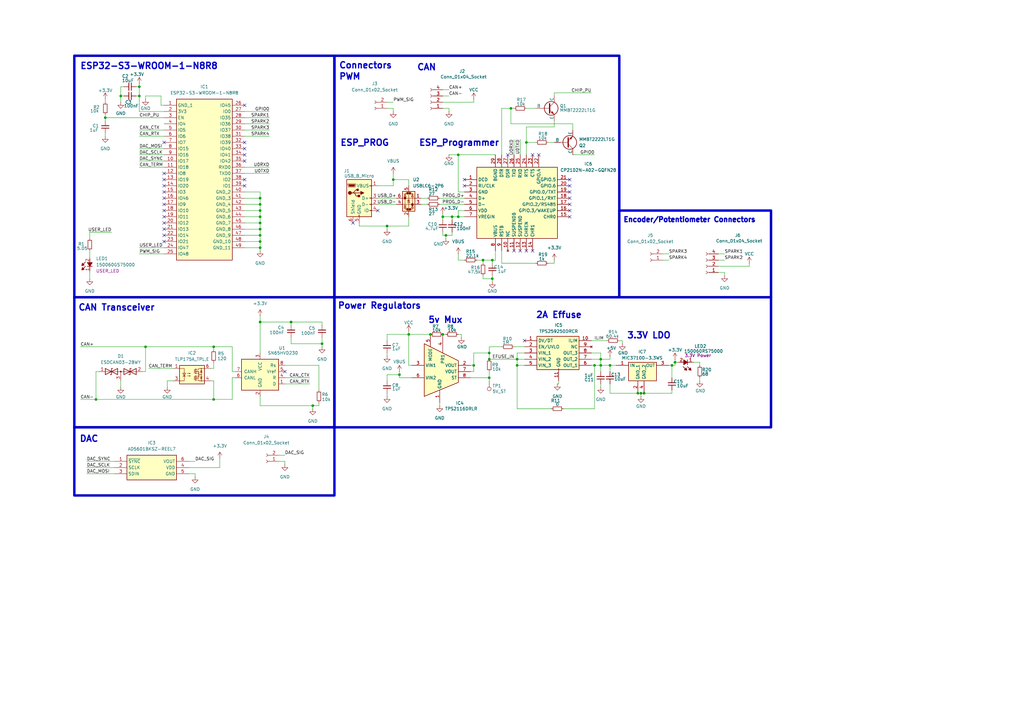
<source format=kicad_sch>
(kicad_sch (version 20250114) (generator "eeschema") (generator_version "9.0")
  (paper "A3")
  (rectangle (start 254 86.36) (end 316.23 121.92) (stroke (width 1)))
  (rectangle (start 30.48 175.26) (end 137.16 203.2) (stroke (width 1)))
  (rectangle (start 30.48 121.92) (end 137.16 175.26) (stroke (width 1)))
  (rectangle (start 137.16 22.86) (end 254 121.92) (stroke (width 1)))
  (rectangle (start 137.16 121.92) (end 316.23 175.26) (stroke (width 1)))
  (rectangle (start 30.48 22.86) (end 137.16 121.92) (stroke (width 1)))
  (text "ESP_Programmer" (at 171.704 60.198 0) (effects (font (size 2.56 2.56) (thickness 0.512) (bold yes)) (justify left bottom)))
  (text "CAN" (at 170.942 29.21 0) (effects (font (size 2.56 2.56) (thickness 0.512) (bold yes)) (justify left bottom)))
  (text "Power Regulators" (at 138.43 127 0) (effects (font (size 2.56 2.56) (thickness 0.512) (bold yes)) (justify left bottom)))
  (text "3.3V LDO" (at 257.048 139.192 0) (effects (font (size 2.56 2.56) (thickness 0.512) (bold yes)) (justify left bottom)))
  (text "Encoder/Potentiometer Connectors\n" (at 255.524 91.44 0) (effects (font (size 2.032 2.032) (thickness 0.512) (bold yes)) (justify left bottom)))
  (text "5v Mux" (at 175.514 132.842 0) (effects (font (size 2.56 2.56) (thickness 0.512) (bold yes)) (justify left bottom)))
  (text "Connectors\n" (at 138.938 28.448 0) (effects (font (size 2.56 2.56) (thickness 0.512) (bold yes)) (justify left bottom)))
  (text "PWM\n" (at 138.938 33.02 0) (effects (font (size 2.56 2.56) (thickness 0.512) (bold yes)) (justify left bottom)))
  (text "ESP32-S3-WROOM-1-N8R8" (at 32.766 28.702 0) (effects (font (size 2.56 2.56) (thickness 0.512) (bold yes)) (justify left bottom)))
  (text "ESP_PROG" (at 139.446 60.198 0) (effects (font (size 2.56 2.56) (thickness 0.512) (bold yes)) (justify left bottom)))
  (text "2A Effuse" (at 219.71 130.81 0) (effects (font (size 2.56 2.56) (thickness 0.512) (bold yes)) (justify left bottom)))
  (text "DAC\n" (at 32.512 181.61 0) (effects (font (size 2.56 2.56) (thickness 0.512) (bold yes)) (justify left bottom)))
  (text "CAN Transceiver" (at 32.004 127.762 0) (effects (font (size 2.56 2.56) (thickness 0.512) (bold yes)) (justify left bottom)))
  (junction (at 39.37 163.83))
  (junction (at 246.38 149.86))
  (junction (at 106.68 99.06))
  (junction (at 87.63 163.83))
  (junction (at 158.75 92.71))
  (junction (at 181.61 137.16))
  (junction (at 187.96 63.5))
  (junction (at 201.93 114.3))
  (junction (at 106.68 91.44))
  (junction (at 246.38 147.32))
  (junction (at 106.68 132.08))
  (junction (at 106.68 81.28))
  (junction (at 185.42 88.9))
  (junction (at 182.88 96.52))
  (junction (at 49.53 39.37))
  (junction (at 209.55 44.45))
  (junction (at 106.68 96.52))
  (junction (at 250.19 149.86))
  (junction (at 167.64 137.16))
  (junction (at 201.93 106.68))
  (junction (at 119.38 132.08))
  (junction (at 59.69 142.24))
  (junction (at 275.59 149.86))
  (junction (at 176.53 137.16))
  (junction (at 161.29 73.66))
  (junction (at 106.68 101.6))
  (junction (at 106.68 83.82))
  (junction (at 200.66 154.94))
  (junction (at 198.12 106.68))
  (junction (at 264.16 161.29))
  (junction (at 87.63 142.24))
  (junction (at 43.18 48.26))
  (junction (at 128.27 166.37))
  (junction (at 106.68 86.36))
  (junction (at 276.86 148.59))
  (junction (at 106.68 93.98))
  (junction (at 132.08 140.97))
  (junction (at 57.15 35.56))
  (junction (at 262.89 161.29))
  (junction (at 57.15 39.37))
  (junction (at 194.31 149.86))
  (junction (at 200.66 147.32))
  (junction (at 212.09 149.86))
  (junction (at 187.96 88.9))
  (junction (at 243.84 149.86))
  (junction (at 212.09 147.32))
  (junction (at 181.61 88.9))
  (junction (at 200.66 144.78))
  (junction (at 261.62 161.29))
  (junction (at 106.68 88.9))
  (junction (at 215.9 58.42))
  (junction (at 163.83 153.67))
  (no_connect (at 100.33 58.42))
  (no_connect (at 215.9 102.87))
  (no_connect (at 233.68 73.66))
  (no_connect (at 67.31 86.36))
  (no_connect (at 67.31 83.82))
  (no_connect (at 67.31 78.74))
  (no_connect (at 233.68 86.36))
  (no_connect (at 67.31 93.98))
  (no_connect (at 100.33 76.2))
  (no_connect (at 233.68 88.9))
  (no_connect (at 233.68 81.28))
  (no_connect (at 190.5 73.66))
  (no_connect (at 218.44 102.87))
  (no_connect (at 218.44 63.5))
  (no_connect (at 67.31 76.2))
  (no_connect (at 190.5 76.2))
  (no_connect (at 67.31 99.06))
  (no_connect (at 210.82 102.87))
  (no_connect (at 215.138 139.7))
  (no_connect (at 116.84 152.4))
  (no_connect (at 213.36 102.87))
  (no_connect (at 67.31 71.12))
  (no_connect (at 100.33 43.18))
  (no_connect (at 154.94 86.36))
  (no_connect (at 67.31 81.28))
  (no_connect (at 208.28 63.5))
  (no_connect (at 67.31 96.52))
  (no_connect (at 100.33 73.66))
  (no_connect (at 67.31 58.42))
  (no_connect (at 67.31 88.9))
  (no_connect (at 67.31 91.44))
  (no_connect (at 220.98 63.5))
  (no_connect (at 233.68 78.74))
  (no_connect (at 100.33 66.04))
  (no_connect (at 144.78 91.44))
  (no_connect (at 233.68 76.2))
  (no_connect (at 100.33 63.5))
  (no_connect (at 100.33 60.96))
  (no_connect (at 67.31 73.66))
  (no_connect (at 233.68 83.82))
  (wire (pts (xy 158.75 146.05) (xy 158.75 144.78)))
  (wire (pts (xy 215.9 58.42) (xy 215.9 63.5)))
  (wire (pts (xy 203.2 102.87) (xy 203.2 106.68)))
  (wire (pts (xy 200.66 154.94) (xy 200.66 156.21)))
  (wire (pts (xy 195.58 106.68) (xy 198.12 106.68)))
  (wire (pts (xy 287.02 148.59) (xy 287.02 149.86)))
  (wire (pts (xy 200.66 142.24) (xy 205.74 142.24)))
  (wire (pts (xy 114.3 186.69) (xy 116.84 186.69)))
  (wire (pts (xy 49.53 39.37) (xy 50.8 39.37)))
  (wire (pts (xy 224.79 107.95) (xy 227.33 107.95)))
  (wire (pts (xy 57.15 39.37) (xy 57.15 45.72)))
  (wire (pts (xy 242.57 139.7) (xy 248.92 139.7)))
  (wire (pts (xy 95.25 142.24) (xy 95.25 152.4)))
  (wire (pts (xy 67.31 43.18) (xy 66.04 43.18)))
  (wire (pts (xy 158.75 92.71) (xy 158.75 93.98)))
  (wire (pts (xy 43.18 46.99) (xy 43.18 48.26)))
  (wire (pts (xy 212.09 167.64) (xy 226.06 167.64)))
  (wire (pts (xy 201.93 106.68) (xy 203.2 106.68)))
  (wire (pts (xy 57.15 101.6) (xy 67.31 101.6)))
  (wire (pts (xy 184.15 39.37) (xy 181.61 39.37)))
  (wire (pts (xy 275.59 149.86) (xy 275.59 154.94)))
  (wire (pts (xy 158.75 92.71) (xy 147.32 92.71)))
  (wire (pts (xy 201.93 113.03) (xy 201.93 114.3)))
  (wire (pts (xy 227.33 38.1) (xy 227.33 39.37)))
  (wire (pts (xy 68.58 156.21) (xy 71.12 156.21)))
  (wire (pts (xy 201.93 114.3) (xy 201.93 115.57)))
  (wire (pts (xy 161.29 73.66) (xy 161.29 71.12)))
  (wire (pts (xy 167.64 88.9) (xy 167.64 92.71)))
  (wire (pts (xy 158.75 41.91) (xy 161.29 41.91)))
  (wire (pts (xy 119.38 132.08) (xy 132.08 132.08)))
  (wire (pts (xy 100.33 83.82) (xy 106.68 83.82)))
  (wire (pts (xy 100.33 53.34) (xy 110.49 53.34)))
  (wire (pts (xy 132.08 140.97) (xy 132.08 142.24)))
  (wire (pts (xy 68.58 156.21) (xy 68.58 158.75)))
  (wire (pts (xy 213.36 57.15) (xy 213.36 63.5)))
  (wire (pts (xy 229.108 156.21) (xy 229.108 157.48)))
  (wire (pts (xy 167.64 149.86) (xy 168.91 149.86)))
  (wire (pts (xy 185.42 88.9) (xy 187.96 88.9)))
  (wire (pts (xy 198.12 113.03) (xy 198.12 114.3)))
  (wire (pts (xy 57.15 104.14) (xy 67.31 104.14)))
  (wire (pts (xy 119.38 132.08) (xy 119.38 133.35)))
  (wire (pts (xy 224.79 58.42) (xy 227.33 58.42)))
  (wire (pts (xy 246.38 149.86) (xy 250.19 149.86)))
  (wire (pts (xy 201.93 106.68) (xy 201.93 107.95)))
  (wire (pts (xy 36.83 95.25) (xy 45.72 95.25)))
  (wire (pts (xy 243.84 149.86) (xy 246.38 149.86)))
  (wire (pts (xy 205.74 44.45) (xy 209.55 44.45)))
  (wire (pts (xy 57.15 55.88) (xy 67.31 55.88)))
  (wire (pts (xy 66.04 43.18) (xy 66.04 39.37)))
  (wire (pts (xy 106.68 132.08) (xy 119.38 132.08)))
  (wire (pts (xy 80.01 194.31) (xy 80.01 195.58)))
  (wire (pts (xy 116.84 154.94) (xy 127 154.94)))
  (wire (pts (xy 43.18 40.64) (xy 43.18 41.91)))
  (wire (pts (xy 264.16 161.29) (xy 275.59 161.29)))
  (wire (pts (xy 57.15 35.56) (xy 57.15 39.37)))
  (wire (pts (xy 182.88 96.52) (xy 182.88 97.79)))
  (wire (pts (xy 193.04 152.4) (xy 194.31 152.4)))
  (wire (pts (xy 194.31 149.86) (xy 193.04 149.86)))
  (wire (pts (xy 163.83 154.94) (xy 168.91 154.94)))
  (wire (pts (xy 271.78 106.68) (xy 274.32 106.68)))
  (wire (pts (xy 119.38 138.43) (xy 119.38 140.97)))
  (wire (pts (xy 215.9 52.07) (xy 215.9 58.42)))
  (wire (pts (xy 167.64 73.66) (xy 161.29 73.66)))
  (wire (pts (xy 49.53 35.56) (xy 49.53 39.37)))
  (wire (pts (xy 242.57 144.78) (xy 246.38 144.78)))
  (wire (pts (xy 182.88 96.52) (xy 185.42 96.52)))
  (wire (pts (xy 250.19 157.48) (xy 250.19 161.29)))
  (wire (pts (xy 163.83 152.4) (xy 163.83 153.67)))
  (wire (pts (xy 57.15 34.29) (xy 57.15 35.56)))
  (wire (pts (xy 180.34 83.82) (xy 190.5 83.82)))
  (wire (pts (xy 132.08 138.43) (xy 132.08 140.97)))
  (wire (pts (xy 297.18 111.76) (xy 294.64 111.76)))
  (wire (pts (xy 36.83 102.87) (xy 36.83 105.41)))
  (wire (pts (xy 106.68 166.37) (xy 106.68 162.56)))
  (wire (pts (xy 167.64 76.2) (xy 167.64 73.66)))
  (wire (pts (xy 172.72 83.82) (xy 175.26 83.82)))
  (wire (pts (xy 57.15 53.34) (xy 67.31 53.34)))
  (wire (pts (xy 49.53 35.56) (xy 50.8 35.56)))
  (wire (pts (xy 200.66 152.4) (xy 200.66 154.94)))
  (wire (pts (xy 100.33 48.26) (xy 110.49 48.26)))
  (wire (pts (xy 250.19 149.86) (xy 252.73 149.86)))
  (wire (pts (xy 60.96 151.13) (xy 71.12 151.13)))
  (wire (pts (xy 161.29 44.45) (xy 161.29 45.72)))
  (wire (pts (xy 106.68 88.9) (xy 106.68 86.36)))
  (wire (pts (xy 194.31 152.4) (xy 194.31 149.86)))
  (wire (pts (xy 39.37 163.83) (xy 87.63 163.83)))
  (wire (pts (xy 234.95 53.34) (xy 234.95 50.8)))
  (wire (pts (xy 200.66 142.24) (xy 200.66 144.78)))
  (wire (pts (xy 246.38 147.32) (xy 250.19 147.32)))
  (wire (pts (xy 57.15 60.96) (xy 67.31 60.96)))
  (wire (pts (xy 43.18 48.26) (xy 67.31 48.26)))
  (wire (pts (xy 212.09 147.32) (xy 212.09 149.86)))
  (wire (pts (xy 187.96 63.5) (xy 184.15 63.5)))
  (wire (pts (xy 198.12 114.3) (xy 201.93 114.3)))
  (wire (pts (xy 297.18 106.68) (xy 294.64 106.68)))
  (wire (pts (xy 181.61 36.83) (xy 184.15 36.83)))
  (wire (pts (xy 227.33 49.53) (xy 227.33 52.07)))
  (wire (pts (xy 106.68 78.74) (xy 100.33 78.74)))
  (wire (pts (xy 189.23 137.16) (xy 189.23 138.43)))
  (wire (pts (xy 147.32 91.44) (xy 147.32 92.71)))
  (wire (pts (xy 181.61 87.63) (xy 181.61 88.9)))
  (wire (pts (xy 106.68 96.52) (xy 106.68 93.98)))
  (wire (pts (xy 158.75 137.16) (xy 158.75 139.7)))
  (wire (pts (xy 35.56 189.23) (xy 46.99 189.23)))
  (wire (pts (xy 87.63 142.24) (xy 95.25 142.24)))
  (wire (pts (xy 100.33 55.88) (xy 110.49 55.88)))
  (wire (pts (xy 271.78 104.14) (xy 274.32 104.14)))
  (wire (pts (xy 242.57 149.86) (xy 243.84 149.86)))
  (wire (pts (xy 187.96 86.36) (xy 187.96 88.9)))
  (wire (pts (xy 35.56 194.31) (xy 46.99 194.31)))
  (wire (pts (xy 106.68 83.82) (xy 106.68 81.28)))
  (wire (pts (xy 200.66 147.32) (xy 212.09 147.32)))
  (wire (pts (xy 243.84 167.64) (xy 243.84 149.86)))
  (wire (pts (xy 36.83 111.76) (xy 36.83 114.3)))
  (wire (pts (xy 116.84 157.48) (xy 127 157.48)))
  (wire (pts (xy 212.09 149.86) (xy 212.09 167.64)))
  (wire (pts (xy 100.33 86.36) (xy 106.68 86.36)))
  (wire (pts (xy 39.37 152.4) (xy 39.37 163.83)))
  (wire (pts (xy 172.72 81.28) (xy 175.26 81.28)))
  (wire (pts (xy 59.69 142.24) (xy 87.63 142.24)))
  (wire (pts (xy 215.9 58.42) (xy 219.71 58.42)))
  (wire (pts (xy 154.94 76.2) (xy 161.29 76.2)))
  (wire (pts (xy 59.69 152.4) (xy 58.42 152.4)))
  (wire (pts (xy 209.55 44.45) (xy 210.82 44.45)))
  (wire (pts (xy 158.75 137.16) (xy 167.64 137.16)))
  (wire (pts (xy 274.32 149.86) (xy 275.59 149.86)))
  (wire (pts (xy 100.33 68.58) (xy 110.49 68.58)))
  (wire (pts (xy 187.96 88.9) (xy 190.5 88.9)))
  (wire (pts (xy 100.33 93.98) (xy 106.68 93.98)))
  (wire (pts (xy 231.14 167.64) (xy 243.84 167.64)))
  (wire (pts (xy 205.74 63.5) (xy 205.74 44.45)))
  (wire (pts (xy 276.86 148.59) (xy 278.13 148.59)))
  (wire (pts (xy 227.33 38.1) (xy 242.57 38.1)))
  (wire (pts (xy 100.33 96.52) (xy 106.68 96.52)))
  (wire (pts (xy 209.55 50.8) (xy 209.55 44.45)))
  (wire (pts (xy 194.31 41.91) (xy 194.31 40.64)))
  (wire (pts (xy 49.53 156.21) (xy 49.53 158.75)))
  (wire (pts (xy 198.12 106.68) (xy 198.12 107.95)))
  (wire (pts (xy 87.63 156.21) (xy 87.63 163.83)))
  (wire (pts (xy 55.88 39.37) (xy 57.15 39.37)))
  (wire (pts (xy 114.3 189.23) (xy 116.84 189.23)))
  (wire (pts (xy 130.81 166.37) (xy 128.27 166.37)))
  (wire (pts (xy 307.34 109.22) (xy 307.34 107.95)))
  (wire (pts (xy 158.75 44.45) (xy 161.29 44.45)))
  (wire (pts (xy 106.68 102.87) (xy 106.68 101.6)))
  (wire (pts (xy 87.63 142.24) (xy 87.63 143.51)))
  (wire (pts (xy 246.38 149.86) (xy 246.38 152.4)))
  (wire (pts (xy 187.96 104.14) (xy 187.96 106.68)))
  (wire (pts (xy 87.63 163.83) (xy 95.25 163.83)))
  (wire (pts (xy 100.33 91.44) (xy 106.68 91.44)))
  (wire (pts (xy 262.89 161.29) (xy 262.89 162.56)))
  (wire (pts (xy 254 139.7) (xy 255.27 139.7)))
  (wire (pts (xy 106.68 81.28) (xy 106.68 78.74)))
  (wire (pts (xy 294.64 109.22) (xy 307.34 109.22)))
  (wire (pts (xy 205.74 107.95) (xy 219.71 107.95)))
  (wire (pts (xy 106.68 86.36) (xy 106.68 83.82)))
  (wire (pts (xy 128.27 166.37) (xy 128.27 167.64)))
  (wire (pts (xy 276.86 149.86) (xy 275.59 149.86)))
  (wire (pts (xy 167.64 137.16) (xy 176.53 137.16)))
  (wire (pts (xy 287.02 154.94) (xy 287.02 156.21)))
  (wire (pts (xy 181.61 88.9) (xy 185.42 88.9)))
  (wire (pts (xy 212.09 149.86) (xy 215.138 149.86)))
  (wire (pts (xy 77.47 191.77) (xy 90.17 191.77)))
  (wire (pts (xy 180.34 81.28) (xy 190.5 81.28)))
  (wire (pts (xy 181.61 95.25) (xy 181.61 96.52)))
  (wire (pts (xy 167.64 135.89) (xy 167.64 137.16)))
  (wire (pts (xy 250.19 152.4) (xy 250.19 149.86)))
  (wire (pts (xy 261.62 161.29) (xy 250.19 161.29)))
  (wire (pts (xy 198.12 106.68) (xy 201.93 106.68)))
  (wire (pts (xy 119.38 140.97) (xy 132.08 140.97)))
  (wire (pts (xy 77.47 194.31) (xy 80.01 194.31)))
  (wire (pts (xy 158.75 92.71) (xy 167.64 92.71)))
  (wire (pts (xy 130.81 149.86) (xy 130.81 160.02)))
  (wire (pts (xy 106.68 91.44) (xy 106.68 88.9)))
  (wire (pts (xy 250.19 147.32) (xy 250.19 146.05)))
  (wire (pts (xy 59.69 142.24) (xy 59.69 152.4)))
  (wire (pts (xy 43.18 54.61) (xy 43.18 55.88)))
  (wire (pts (xy 154.94 81.28) (xy 162.56 81.28)))
  (wire (pts (xy 187.96 78.74) (xy 187.96 63.5)))
  (wire (pts (xy 276.86 148.59) (xy 276.86 149.86)))
  (wire (pts (xy 57.15 66.04) (xy 67.31 66.04)))
  (wire (pts (xy 55.88 35.56) (xy 57.15 35.56)))
  (wire (pts (xy 33.02 142.24) (xy 59.69 142.24)))
  (wire (pts (xy 161.29 76.2) (xy 161.29 73.66)))
  (wire (pts (xy 130.81 165.1) (xy 130.81 166.37)))
  (wire (pts (xy 90.17 187.96) (xy 90.17 191.77)))
  (wire (pts (xy 57.15 63.5) (xy 67.31 63.5)))
  (wire (pts (xy 261.62 161.29) (xy 262.89 161.29)))
  (wire (pts (xy 190.5 78.74) (xy 187.96 78.74)))
  (wire (pts (xy 276.86 148.59) (xy 276.86 147.32)))
  (wire (pts (xy 181.61 41.91) (xy 194.31 41.91)))
  (wire (pts (xy 246.38 144.78) (xy 246.38 147.32)))
  (wire (pts (xy 95.25 154.94) (xy 95.25 163.83)))
  (wire (pts (xy 86.36 156.21) (xy 87.63 156.21)))
  (wire (pts (xy 100.33 101.6) (xy 106.68 101.6)))
  (wire (pts (xy 100.33 88.9) (xy 106.68 88.9)))
  (wire (pts (xy 95.25 152.4) (xy 96.52 152.4)))
  (wire (pts (xy 39.37 152.4) (xy 40.64 152.4)))
  (wire (pts (xy 106.68 101.6) (xy 106.68 99.06)))
  (wire (pts (xy 294.64 104.14) (xy 297.18 104.14)))
  (wire (pts (xy 246.38 147.32) (xy 246.38 149.86)))
  (wire (pts (xy 106.68 132.08) (xy 106.68 144.78)))
  (wire (pts (xy 210.82 142.24) (xy 215.138 142.24)))
  (wire (pts (xy 184.15 44.45) (xy 184.15 45.72)))
  (wire (pts (xy 100.33 99.06) (xy 106.68 99.06)))
  (wire (pts (xy 297.18 111.76) (xy 297.18 113.03)))
  (wire (pts (xy 33.02 163.83) (xy 39.37 163.83)))
  (wire (pts (xy 189.23 137.16) (xy 187.96 137.16)))
  (wire (pts (xy 96.52 154.94) (xy 95.25 154.94)))
  (wire (pts (xy 275.59 160.02) (xy 275.59 161.29)))
  (wire (pts (xy 227.33 106.68) (xy 227.33 107.95)))
  (wire (pts (xy 180.34 165.1) (xy 180.34 166.37)))
  (wire (pts (xy 255.27 139.7) (xy 255.27 140.97)))
  (wire (pts (xy 203.2 63.5) (xy 187.96 63.5)))
  (wire (pts (xy 116.84 149.86) (xy 130.81 149.86)))
  (wire (pts (xy 227.33 52.07) (xy 215.9 52.07)))
  (wire (pts (xy 158.75 153.67) (xy 158.75 156.21)))
  (wire (pts (xy 116.84 189.23) (xy 116.84 190.5)))
  (wire (pts (xy 106.68 93.98) (xy 106.68 91.44)))
  (wire (pts (xy 185.42 88.9) (xy 185.42 90.17)))
  (wire (pts (xy 100.33 71.12) (xy 110.49 71.12)))
  (wire (pts (xy 49.53 41.91) (xy 49.53 39.37)))
  (wire (pts (xy 167.64 137.16) (xy 167.64 149.86)))
  (wire (pts (xy 100.33 81.28) (xy 106.68 81.28)))
  (wire (pts (xy 187.96 106.68) (xy 190.5 106.68)))
  (wire (pts (xy 100.33 50.8) (xy 110.49 50.8)))
  (wire (pts (xy 163.83 153.67) (xy 163.83 154.94)))
  (wire (pts (xy 57.15 68.58) (xy 67.31 68.58)))
  (wire (pts (xy 87.63 148.59) (xy 87.63 151.13)))
  (wire (pts (xy 106.68 99.06) (xy 106.68 96.52)))
  (wire (pts (xy 234.95 50.8) (xy 209.55 50.8)))
  (wire (pts (xy 284.48 148.59) (xy 287.02 148.59)))
  (wire (pts (xy 212.09 144.78) (xy 215.138 144.78)))
  (wire (pts (xy 181.61 90.17) (xy 181.61 88.9)))
  (wire (pts (xy 100.33 45.72) (xy 110.49 45.72)))
  (wire (pts (xy 132.08 132.08) (xy 132.08 133.35)))
  (wire (pts (xy 66.04 39.37) (xy 59.69 39.37)))
  (wire (pts (xy 212.09 147.32) (xy 215.138 147.32)))
  (wire (pts (xy 242.57 147.32) (xy 246.38 147.32)))
  (wire (pts (xy 36.83 95.25) (xy 36.83 97.79)))
  (wire (pts (xy 43.18 49.53) (xy 43.18 48.26)))
  (wire (pts (xy 57.15 45.72) (xy 67.31 45.72)))
  (wire (pts (xy 215.9 44.45) (xy 219.71 44.45)))
  (wire (pts (xy 154.94 83.82) (xy 162.56 83.82)))
  (wire (pts (xy 182.88 137.16) (xy 181.61 137.16)))
  (wire (pts (xy 194.31 149.86) (xy 194.31 144.78)))
  (wire (pts (xy 205.74 102.87) (xy 205.74 107.95)))
  (wire (pts (xy 210.82 57.15) (xy 210.82 63.5)))
  (wire (pts (xy 200.66 144.78) (xy 200.66 147.32)))
  (wire (pts (xy 158.75 161.29) (xy 158.75 162.56)))
  (wire (pts (xy 246.38 157.48) (xy 246.38 158.75)))
  (wire (pts (xy 184.15 44.45) (xy 181.61 44.45)))
  (wire (pts (xy 234.95 63.5) (xy 243.84 63.5)))
  (wire (pts (xy 262.89 161.29) (xy 264.16 161.29)))
  (wire (pts (xy 77.47 189.23) (xy 80.01 189.23)))
  (wire (pts (xy 128.27 166.37) (xy 106.68 166.37)))
  (wire (pts (xy 194.31 144.78) (xy 200.66 144.78)))
  (wire (pts (xy 87.63 151.13) (xy 86.36 151.13)))
  (wire (pts (xy 106.68 132.08) (xy 106.68 129.54)))
  (wire (pts (xy 193.04 154.94) (xy 200.66 154.94)))
  (wire (pts (xy 212.09 144.78) (xy 212.09 147.32)))
  (wire (pts (xy 185.42 95.25) (xy 185.42 96.52)))
  (wire (pts (xy 35.56 191.77) (xy 46.99 191.77)))
  (wire (pts (xy 163.83 153.67) (xy 158.75 153.67)))
  (wire (pts (xy 59.69 39.37) (xy 59.69 40.64)))
  (wire (pts (xy 187.96 86.36) (xy 190.5 86.36)))
  (wire (pts (xy 181.61 96.52) (xy 182.88 96.52)))
  (wire (pts (xy 229.108 157.48) (xy 228.6 157.48)))
  (label "CAN_TERM" (at 57.15 68.58 0))
  (label "DAC_SIG" (at 116.84 186.69 0))
  (label "CHIP_PU" (at 242.57 38.1 180))
  (label "DAC_SCLK" (at 35.56 191.77 0))
  (label "U0RXD" (at 110.49 68.58 180))
  (label "DAC_SCLK" (at 57.15 63.5 0))
  (label "PROG_D-" (at 190.5 83.82 180))
  (label "CAN_TERM" (at 60.96 151.13 0))
  (label "CAN_RTX" (at 57.15 55.88 0))
  (label "DAC_SIG" (at 80.01 189.23 0))
  (label "USER_LED" (at 57.15 101.6 0))
  (label "SPARK2" (at 110.49 50.8 180))
  (label "EFUSE_IN" (at 201.93 147.32 0))
  (label "CHIP_PU" (at 57.15 48.26 0))
  (label "CAN_CTX" (at 57.15 53.34 0))
  (label "U0TXD" (at 110.49 71.12 180))
  (label "PWM_SIG" (at 57.15 104.14 0))
  (label "DAC_MOSI" (at 35.56 194.31 0))
  (label "USER_LED" (at 45.72 95.25 180))
  (label "CAN_RTX" (at 127 157.48 180))
  (label "CAN-" (at 33.02 163.83 0))
  (label "CAN+" (at 33.02 142.24 0))
  (label "GPIO0" (at 243.84 63.5 180))
  (label "U0TXD" (at 213.36 57.15 270))
  (label "U0RXD" (at 210.82 57.15 270))
  (label "SPARK3" (at 110.49 53.34 180))
  (label "SPARK4" (at 110.49 55.88 180))
  (label "DAC_MOSI" (at 57.15 60.96 0))
  (label "SPARK1" (at 297.18 104.14 0))
  (label "CAN-" (at 184.15 39.37 0))
  (label "CAN_CTX" (at 127 154.94 180))
  (label "DAC_SYNC" (at 57.15 66.04 0))
  (label "USB_D-" (at 162.56 83.82 180))
  (label "DAC_SYNC" (at 35.56 189.23 0))
  (label "USB_D+" (at 162.56 81.28 180))
  (label "ILIM" (at 247.65 139.7 180))
  (label "SPARK4" (at 274.32 106.68 0))
  (label "SPARK3" (at 274.32 104.14 0))
  (label "CAN+" (at 184.15 36.83 0))
  (label "PWM_SIG" (at 161.29 41.91 0))
  (label "GPIO0" (at 110.49 45.72 180))
  (label "SPARK2" (at 297.18 106.68 0))
  (label "SPARK1" (at 110.49 48.26 180))
  (label "PROG_D+" (at 190.5 81.28 180))
  (symbol (lib_id "power:+3.3V") (at 276.86 147.32 0) (unit 1)
    (property "Reference" "#PWR040" (effects (hide yes)))
    (property "Value" "+3.3V" (at 276.86 143.51 0))
    (property "Description" "Power symbol creates a global label with name \"+3.3V\"" (effects (hide yes)))
  )
  (symbol (lib_id "power:VCC") (at 194.31 40.64 0) (unit 1)
    (property "Reference" "#PWR037" (effects (hide yes)))
    (property "Value" "VCC" (at 194.31 36.83 0))
    (property "Description" "Power symbol creates a global label with name \"VCC\"" (effects (hide yes)))
  )
  (symbol (lib_id "power:GND") (at 132.08 142.24 0) (unit 1)
    (property "Reference" "#PWR014" (effects (hide yes)))
    (property "Value" "GND" (at 132.08 147.32 0))
    (property "Description" "Power symbol creates a global label with name \"GND\" , ground" (effects (hide yes)))
  )
  (symbol (lib_id "power:GND") (at 49.53 41.91 0) (unit 1)
    (property "Reference" "#PWR05" (effects (hide yes)))
    (property "Value" "GND" (at 49.53 46.482 0))
    (property "Description" "Power symbol creates a global label with name \"GND\" , ground" (effects (hide yes)))
  )
  (symbol (lib_id "Connector:Conn_01x02_Socket") (at 266.7 106.68 180) (unit 1)
    (property "Reference" "J5" (at 266.7 96.52 0))
    (property "Value" "Conn_01x02_Socket" (at 266.7 99.06 0))
    (property "Footprint" "Connector_JST:JST_EH_S2B-EH_1x02_P2.50mm_Horizontal" (effects (hide yes)))
    (property "Description" "Generic connector, single row, 01x02, script generated" (effects (hide yes)))
  )
  (symbol (lib_id "power:+3.3V") (at 106.68 129.54 0) (unit 1)
    (property "Reference" "#PWR012" (effects (hide yes)))
    (property "Value" "+3.3V" (at 106.68 124.46 0))
    (property "Description" "Power symbol creates a global label with name \"+3.3V\"" (effects (hide yes)))
  )
  (symbol (lib_id "SDM_LED:150060RS75000") (at 284.48 148.59 180) (unit 1)
    (property "Reference" "LED2" (at 287.274 141.986 0))
    (property "Value" "150060RS75000" (at 288.544 144.018 0))
    (property "Footprint" "LED_SMD:LED_0603_1608Metric" (effects (hide yes)))
    (property "Datasheet" "https://www.we-online.com/components/products/datasheet/150060RS75000.pdf" (effects (hide yes)))
    (property "Description" "WURTH ELEKTRONIK - 150060RS75000 - LED, 0603, RED, 250MCD, 625NM" (effects (hide yes)))
    (property "Measure" "3.3V Power" (at 286.258 145.796 0))
    (property "Height" "0.8" (effects (hide yes)))
    (property "Mouser Part Number" "710-150060RS75000" (effects (hide yes)))
    (property "Mouser Price/Stock" "https://www.mouser.co.uk/ProductDetail/Wurth-Elektronik/150060RS75000?qs=LlUlMxKIyB3QnmZ3fw%2FVCA%3D%3D" (effects (hide yes)))
    (property "Manufacturer_Name" "Wurth Elektronik" (effects (hide yes)))
    (property "Manufacturer_Part_Number" "150060RS75000" (effects (hide yes)))
  )
  (symbol (lib_id "Device:C_Small") (at 275.59 157.48 180) (unit 1)
    (property "Reference" "C15" (at 280.162 156.464 0) (effects (justify left)))
    (property "Value" "10uF" (at 282.448 158.242 0) (effects (justify left)))
    (property "Footprint" "Capacitor_SMD:C_0603_1608Metric" (effects (hide yes)))
  )
  (symbol (lib_id "power:+5V") (at 250.19 146.05 0) (unit 1)
    (property "Reference" "#PWR035" (effects (hide yes)))
    (property "Value" "+5V" (at 248.666 142.748 0) (effects (justify left)))
    (property "Description" "Power symbol creates a global label with name \"+5V\"" (effects (hide yes)))
  )
  (symbol (lib_id "Connector:Conn_01x02_Socket") (at 153.67 44.45 180) (unit 1)
    (property "Reference" "J3" (at 153.67 34.29 0))
    (property "Value" "Conn_01x02_Socket" (at 153.67 36.83 0))
    (property "Footprint" "Connector_JST:JST_EH_S2B-EH_1x02_P2.50mm_Horizontal" (effects (hide yes)))
    (property "Description" "Generic connector, single row, 01x02, script generated" (effects (hide yes)))
  )
  (symbol (lib_id "Connector:USB_B_Micro") (at 147.32 81.28 0) (unit 1)
    (property "Reference" "J1" (at 142.24 70.104 0))
    (property "Value" "USB_B_Micro" (at 147.32 72.136 0))
    (property "Footprint" "Connector_USB:USB_Micro-B_Molex-105017-0001" (effects (hide yes)))
    (property "Description" "USB Micro Type B connector" (effects (hide yes)))
  )
  (symbol (lib_id "Device:C_Small") (at 53.34 35.56 270) (unit 1)
    (property "Reference" "C2" (at 50.038 31.242 90) (effects (justify left)))
    (property "Value" "10uF" (at 50.038 33.02 90) (effects (justify left)))
    (property "Footprint" "Capacitor_SMD:C_0603_1608Metric" (effects (hide yes)))
  )
  (symbol (lib_id "power:+3.3V") (at 90.17 187.96 0) (unit 1)
    (property "Reference" "#PWR015" (effects (hide yes)))
    (property "Value" "+3.3V" (at 90.17 182.88 0))
    (property "Description" "Power symbol creates a global label with name \"+3.3V\"" (effects (hide yes)))
  )
  (symbol (lib_id "power:GND") (at 182.88 97.79 0) (unit 1)
    (property "Reference" "#PWR030" (effects (hide yes)))
    (property "Value" "GND" (at 179.832 100.076 0))
    (property "Description" "Power symbol creates a global label with name \"GND\" , ground" (effects (hide yes)))
  )
  (symbol (lib_id "SDM_VOLTAGE_REGULATORS:MIC37100-3.3WS") (at 252.73 151.13 0) (unit 1)
    (property "Reference" "IC7" (at 263.398 144.272 0))
    (property "Value" "MIC37100-3.3WS" (at 263.398 146.812 0))
    (property "Footprint" "SOT230P700X180-4N" (effects (hide yes)))
    (property "Datasheet" "https://datasheet.datasheetarchive.com/originals/dk/DKDS-15/281099.pdf" (effects (hide yes)))
    (property "Description" "LDO Voltage Regulators 1.0A Low Voltage uCap LDO Regulator" (effects (hide yes)))
    (property "Height" "1.8" (effects (hide yes)))
    (property "Mouser Part Number" "998-MIC37100-3.3WS" (effects (hide yes)))
    (property "Mouser Price/Stock" "https://www.mouser.co.uk/ProductDetail/Microchip-Technology/MIC37100-3.3WS?qs=kh6iOki%2FeLGN%252BjivEzt6Eg%3D%3D" (effects (hide yes)))
    (property "Manufacturer_Name" "Microchip" (effects (hide yes)))
    (property "Manufacturer_Part_Number" "MIC37100-3.3WS" (effects (hide yes)))
  )
  (symbol (lib_id "Device:C_Small") (at 201.93 110.49 180) (unit 1)
    (property "Reference" "C14" (at 206.502 109.474 0) (effects (justify left)))
    (property "Value" "1uF" (at 207.772 111.252 0) (effects (justify left)))
    (property "Footprint" "Capacitor_SMD:C_0603_1608Metric" (effects (hide yes)))
  )
  (symbol (lib_id "Device:R_Small") (at 36.83 100.33 0) (unit 1)
    (property "Reference" "R1" (at 32.004 100.076 0) (effects (justify left)))
    (property "Value" "5.05" (at 31.496 101.854 0) (effects (justify left)))
    (property "Footprint" "Resistor_SMD:R_0603_1608Metric" (effects (hide yes)))
  )
  (symbol (lib_id "power:GND") (at 80.01 195.58 0) (unit 1)
    (property "Reference" "#PWR07" (effects (hide yes)))
    (property "Value" "GND" (at 80.01 200.66 0))
    (property "Description" "Power symbol creates a global label with name \"GND\" , ground" (effects (hide yes)))
  )
  (symbol (lib_id "Device:R_Small") (at 251.46 139.7 270) (unit 1)
    (property "Reference" "R14" (at 249.428 136.144 90) (effects (justify left)))
    (property "Value" "60.4k" (at 251.206 137.922 90))
    (property "Footprint" "Resistor_SMD:R_0603_1608Metric" (effects (hide yes)))
  )
  (symbol (lib_id "power:GND") (at 36.83 114.3 0) (unit 1)
    (property "Reference" "#PWR01" (effects (hide yes)))
    (property "Value" "GND" (at 36.83 119.38 0))
    (property "Description" "Power symbol creates a global label with name \"GND\" , ground" (effects (hide yes)))
  )
  (symbol (lib_id "Device:C_Small") (at 185.42 92.71 180) (unit 1)
    (property "Reference" "C12" (at 189.992 91.948 0) (effects (justify left)))
    (property "Value" "100nF" (at 193.294 93.726 0) (effects (justify left)))
    (property "Footprint" "Capacitor_SMD:C_0603_1608Metric" (effects (hide yes)))
  )
  (symbol (lib_id "power:GND") (at 262.89 162.56 0) (unit 1)
    (property "Reference" "#PWR038" (effects (hide yes)))
    (property "Value" "GND" (at 262.89 166.624 0))
    (property "Description" "Power symbol creates a global label with name \"GND\" , ground" (effects (hide yes)))
  )
  (symbol (lib_id "power:GND") (at 59.69 40.64 0) (unit 1)
    (property "Reference" "#PWR09" (effects (hide yes)))
    (property "Value" "GND" (at 59.69 44.45 0))
    (property "Description" "Power symbol creates a global label with name \"GND\" , ground" (effects (hide yes)))
  )
  (symbol (lib_id "Connector:Conn_01x04_Socket") (at 176.53 41.91 180) (unit 1)
    (property "Reference" "J2" (at 190.754 29.21 0) (effects (justify left)))
    (property "Value" "Conn_01x04_Socket" (at 199.644 31.496 0) (effects (justify left)))
    (property "Footprint" "Connector_JST:JST_XH_S4B-XH-A_1x04_P2.50mm_Horizontal" (effects (hide yes)))
    (property "Description" "Generic connector, single row, 01x04, script generated" (effects (hide yes)))
  )
  (symbol (lib_id "power:GND") (at 116.84 190.5 0) (unit 1)
    (property "Reference" "#PWR016" (effects (hide yes)))
    (property "Value" "GND" (at 116.84 195.58 0))
    (property "Description" "Power symbol creates a global label with name \"GND\" , ground" (effects (hide yes)))
  )
  (symbol (lib_id "power:GND") (at 184.15 45.72 0) (unit 1)
    (property "Reference" "#PWR031" (effects (hide yes)))
    (property "Value" "GND" (at 184.15 50.8 0))
    (property "Description" "Power symbol creates a global label with name \"GND\" , ground" (effects (hide yes)))
  )
  (symbol (lib_id "Device:R_Small") (at 228.6 167.64 90) (unit 1)
    (property "Reference" "R11" (at 229.87 164.338 90) (effects (justify left)))
    (property "Value" "0" (at 228.6 165.862 90))
    (property "Footprint" "Resistor_SMD:R_0603_1608Metric" (effects (hide yes)))
  )
  (symbol (lib_id "SDM_EFUSE:TPS259250DRCR") (at 215.138 139.7 0) (unit 1)
    (property "Reference" "IC5" (at 229.108 133.35 0))
    (property "Value" "TPS259250DRCR" (at 229.108 135.89 0))
    (property "Footprint" "SON50P300X300X100-11L-D" (effects (hide yes)))
    (property "Datasheet" "http://www.ti.com/lit/gpn/tps25925" (effects (hide yes)))
    (property "Description" "5V, 5A, 30m eFuse with Adjustable +/-15% Accurate Current Limit" (effects (hide yes)))
    (property "Height" "1" (effects (hide yes)))
    (property "Mouser Part Number" "595-TPS259250DRCR" (effects (hide yes)))
    (property "Mouser Price/Stock" "https://www.mouser.co.uk/ProductDetail/Texas-Instruments/TPS259250DRCR?qs=rBWM4%252BvDhIeFy%2FS41XVtgA%3D%3D" (effects (hide yes)))
    (property "Manufacturer_Name" "Texas Instruments" (effects (hide yes)))
    (property "Manufacturer_Part_Number" "TPS259250DRCR" (effects (hide yes)))
  )
  (symbol (lib_id "Device:R_Small") (at 198.12 110.49 0) (unit 1)
    (property "Reference" "R16" (at 193.04 109.728 0) (effects (justify left)))
    (property "Value" "47.5k" (at 191.77 111.506 0) (effects (justify left)))
    (property "Footprint" "Resistor_SMD:R_0603_1608Metric" (effects (hide yes)))
  )
  (symbol (lib_id "Device:R_Small") (at 213.36 44.45 270) (unit 1)
    (property "Reference" "R17" (at 211.836 40.894 90) (effects (justify left)))
    (property "Value" "10k" (at 211.836 42.672 90) (effects (justify left)))
    (property "Footprint" "Resistor_SMD:R_0603_1608Metric" (effects (hide yes)))
  )
  (symbol (lib_id "Connector:Conn_01x04_Socket") (at 289.56 109.22 180) (unit 1)
    (property "Reference" "J6" (at 303.784 96.52 0) (effects (justify left)))
    (property "Value" "Conn_01x04_Socket" (at 312.674 98.806 0) (effects (justify left)))
    (property "Footprint" "Connector_JST:JST_XH_S4B-XH-A_1x04_P2.50mm_Horizontal" (effects (hide yes)))
    (property "Description" "Generic connector, single row, 01x04, script generated" (effects (hide yes)))
  )
  (symbol (lib_id "Device:R_Small") (at 287.02 152.4 180) (unit 1)
    (property "Reference" "R20" (at 291.846 151.638 0) (effects (justify left)))
    (property "Value" "68" (at 290.576 153.416 0) (effects (justify left)))
    (property "Footprint" "Resistor_SMD:R_0603_1608Metric" (effects (hide yes)))
  )
  (symbol (lib_id "power:VCC") (at 307.34 107.95 0) (unit 1)
    (property "Reference" "#PWR023" (effects (hide yes)))
    (property "Value" "VCC" (at 307.34 104.14 0))
    (property "Description" "Power symbol creates a global label with name \"VCC\"" (effects (hide yes)))
  )
  (symbol (lib_id "Device:C_Small") (at 53.34 39.37 270) (unit 1)
    (property "Reference" "C3" (at 51.308 41.91 90) (effects (justify left)))
    (property "Value" "100nF" (at 50.8 43.434 90) (effects (justify left)))
    (property "Footprint" "Capacitor_SMD:C_0603_1608Metric" (effects (hide yes)))
  )
  (symbol (lib_id "SDM_LED:150060VS75000") (at 36.83 109.22 90) (unit 1)
    (property "Reference" "LED1" (at 39.37 106.0449 90) (effects (justify right)))
    (property "Value" "150060GS75000" (at 39.37 108.5849 90) (effects (justify right)))
    (property "Footprint" "LED_SMD:LED_0603_1608Metric" (effects (hide yes)))
    (property "Datasheet" "https://componentsearchengine.com/Datasheets/2/150060VS75000.pdf" (effects (hide yes)))
    (property "Description" "2.4 V Green LED 1608 (0603) SMD, Wurth Elektronik WL-SMCW 150060VS75000" (effects (hide yes)))
    (property "Measure" "USER_LED" (at 39.37 111.1249 90) (effects (justify right)))
    (property "Height" "0.8" (effects (hide yes)))
    (property "Mouser Part Number" "710-150060VS75000" (effects (hide yes)))
    (property "Mouser Price/Stock" "https://www.mouser.co.uk/ProductDetail/Wurth-Elektronik/150060VS75000?qs=LlUlMxKIyB1Q1Bi5mQ%2FKLw%3D%3D" (effects (hide yes)))
    (property "Manufacturer_Name" "Wurth Elektronik" (effects (hide yes)))
    (property "Manufacturer_Part_Number" "150060VS75000" (effects (hide yes)))
  )
  (symbol (lib_id "Connector:TestPoint") (at 200.66 156.21 180) (unit 1)
    (property "Reference" "TP1" (at 201.93 158.242 0) (effects (justify right)))
    (property "Value" "5V_ST" (at 201.93 160.528 0) (effects (justify right)))
    (property "Footprint" "TestPoint:TestPoint_Pad_1.5x1.5mm" (effects (hide yes)))
    (property "Description" "test point" (effects (hide yes)))
  )
  (symbol (lib_id "Device:C_Small") (at 250.19 154.94 180) (unit 1)
    (property "Reference" "C13" (at 254.508 153.67 0) (effects (justify left)))
    (property "Value" "10uF" (at 256.794 155.448 0) (effects (justify left)))
    (property "Footprint" "Capacitor_SMD:C_0603_1608Metric" (effects (hide yes)))
  )
  (symbol (lib_id "SDM_TRANSISTOR:MMBT2222LT1G") (at 232.41 58.42 0) (mirror x) (unit 1)
    (property "Reference" "Q2" (at 237.49 59.6901 0) (effects (justify left)))
    (property "Value" "MMBT2222LT1G" (at 237.49 57.1501 0) (effects (justify left)))
    (property "Footprint" "SDM_MiscFootprint:SOT96P237X111-3N" (effects (hide yes)))
    (property "Datasheet" "https://ngspice.sourceforge.io/docs/ngspice-html-manual/manual.xhtml#cha_BJTs" (effects (hide yes)))
    (property "Description" "Bipolar transistor symbol for simulation only, substrate tied to the emitter" (effects (hide yes)))
    (property "Sim.Device" "NPN" (effects (hide yes)))
    (property "Sim.Type" "GUMMELPOON" (effects (hide yes)))
    (property "Sim.Pins" "1=C 2=B 3=E" (effects (hide yes)))
  )
  (symbol (lib_id "power:GND") (at 128.27 167.64 0) (unit 1)
    (property "Reference" "#PWR013" (effects (hide yes)))
    (property "Value" "GND" (at 128.27 172.72 0))
    (property "Description" "Power symbol creates a global label with name \"GND\" , ground" (effects (hide yes)))
  )
  (symbol (lib_id "Device:C_Small") (at 43.18 52.07 180) (unit 1)
    (property "Reference" "C1" (at 40.64 51.562 0) (effects (justify left)))
    (property "Value" "1uF" (at 40.386 53.34 0) (effects (justify left)))
    (property "Footprint" "Capacitor_SMD:C_0603_1608Metric" (effects (hide yes)))
  )
  (symbol (lib_id "Device:R_Small") (at 177.8 83.82 270) (unit 1)
    (property "Reference" "R13" (at 175.768 85.852 90) (effects (justify left)))
    (property "Value" "27" (at 175.768 87.63 90) (effects (justify left)))
    (property "Footprint" "Resistor_SMD:R_0603_1608Metric" (effects (hide yes)))
  )
  (symbol (lib_id "Device:R_Small") (at 130.81 162.56 180) (unit 1)
    (property "Reference" "R6" (at 134.62 161.798 0) (effects (justify left)))
    (property "Value" "10k" (at 135.636 163.83 0) (effects (justify left)))
    (property "Footprint" "Resistor_SMD:R_0603_1608Metric" (effects (hide yes)))
  )
  (symbol (lib_id "SDM_MICRO_CONTROLLER:ESP32-S3-WROOM-1-N8R8") (at 67.31 43.18 0) (unit 1)
    (property "Reference" "IC1" (at 83.82 35.56 0))
    (property "Value" "ESP32-S3-WROOM-1-N8R8" (at 83.82 38.1 0))
    (property "Footprint" "ESP32S3WROOM1N8R8" (effects (hide yes)))
    (property "Datasheet" "https://www.espressif.com/sites/default/files/documentation/esp32-s3-wroom-1_wroom-1u_datasheet_en.pdf" (effects (hide yes)))
    (property "Description" "WiFi Modules - 802.11 (Engineering Samples Only) SMD Module, ESP32-S3R8 with 8 MB Octal PSRAM Die, 8 MB Quad SPI flash, PCB Antenna" (effects (hide yes)))
    (property "Height" "3.25" (effects (hide yes)))
    (property "Mouser Part Number" "356-EP32S3WROOM1N8R8" (effects (hide yes)))
    (property "Mouser Price/Stock" "https://www.mouser.co.uk/ProductDetail/Espressif-Systems/ESP32-S3-WROOM-1-N8R8?qs=7D1LtPJG0i3%2F28hKFavOpQ%3D%3D" (effects (hide yes)))
    (property "Manufacturer_Name" "Espressif Systems" (effects (hide yes)))
    (property "Manufacturer_Part_Number" "ESP32-S3-WROOM-1-N8R8" (effects (hide yes)))
  )
  (symbol (lib_id "power:+3.3V") (at 181.61 87.63 0) (unit 1)
    (property "Reference" "#PWR029" (effects (hide yes)))
    (property "Value" "+3.3V" (at 184.912 85.344 0))
    (property "Description" "Power symbol creates a global label with name \"+3.3V\"" (effects (hide yes)))
  )
  (symbol (lib_id "power:+3.3V") (at 227.33 106.68 0) (unit 1)
    (property "Reference" "#PWR042" (effects (hide yes)))
    (property "Value" "+3.3V" (at 227.33 101.6 0))
    (property "Description" "Power symbol creates a global label with name \"+3.3V\"" (effects (hide yes)))
  )
  (symbol (lib_id "Device:C_Small") (at 181.61 92.71 180) (unit 1)
    (property "Reference" "C10" (at 179.324 91.948 0) (effects (justify left)))
    (property "Value" "4.7uF" (at 179.832 93.726 0) (effects (justify left)))
    (property "Footprint" "Capacitor_SMD:C_0603_1608Metric" (effects (hide yes)))
  )
  (symbol (lib_id "Device:R_Small") (at 200.66 149.86 0) (unit 1)
    (property "Reference" "R9" (at 201.676 149.606 0) (effects (justify left)))
    (property "Value" "10k" (at 203.708 151.384 0))
    (property "Footprint" "Resistor_SMD:R_0603_1608Metric" (effects (hide yes)))
  )
  (symbol (lib_id "Device:R_Small") (at 222.25 58.42 270) (unit 1)
    (property "Reference" "R18" (at 220.726 54.864 90) (effects (justify left)))
    (property "Value" "10k" (at 220.726 56.642 90) (effects (justify left)))
    (property "Footprint" "Resistor_SMD:R_0603_1608Metric" (effects (hide yes)))
  )
  (symbol (lib_id "SDM_OPTOCOUPLERS:TLP175A_TPL,E") (at 71.12 153.67 0) (unit 1)
    (property "Reference" "IC2" (at 78.74 144.78 0))
    (property "Value" "TLP175A_TPL,E" (at 78.74 147.32 0))
    (property "Footprint" "SDM_MiscFootprint:TLP266J" (effects (hide yes)))
    (property "Datasheet" "http://toshiba.semicon-storage.com/info/docget.jsp?did=13665&prodName=TLP175A" (effects (hide yes)))
    (property "Description" "MOSFET Output Optocouplers Trigger LED Current 1mA85dC3750 Vrms" (effects (hide yes)))
    (property "Height" "2" (effects (hide yes)))
    (property "Mouser Part Number" "757-TLP175A(TPLE" (effects (hide yes)))
    (property "Mouser Price/Stock" "https://www.mouser.co.uk/ProductDetail/Toshiba/TLP175ATPLE?qs=HVbQlW5zcXXp9ILK7hvmMw%3D%3D" (effects (hide yes)))
    (property "Manufacturer_Name" "Toshiba" (effects (hide yes)))
    (property "Manufacturer_Part_Number" "TLP175A(TPL,E" (effects (hide yes)))
  )
  (symbol (lib_id "power:GND") (at 287.02 156.21 0) (unit 1)
    (property "Reference" "#PWR041" (effects (hide yes)))
    (property "Value" "GND" (at 287.274 160.274 0))
    (property "Description" "Power symbol creates a global label with name \"GND\" , ground" (effects (hide yes)))
  )
  (symbol (lib_id "Device:R_Small") (at 185.42 137.16 270) (unit 1)
    (property "Reference" "R8" (at 183.388 133.858 90) (effects (justify left)))
    (property "Value" "10k" (at 185.42 135.382 90))
    (property "Footprint" "Resistor_SMD:R_0603_1608Metric" (effects (hide yes)))
  )
  (symbol (lib_id "Interface_CAN_LIN:SN65HVD230") (at 106.68 154.94 180) (unit 1)
    (property "Reference" "U1" (at 114.3 142.748 0) (effects (justify right)))
    (property "Value" "SN65HVD230" (at 109.7981 144.78 0) (effects (justify right)))
    (property "Footprint" "Package_SO:SOIC-8_3.9x4.9mm_P1.27mm" (effects (hide yes)))
    (property "Datasheet" "http://www.ti.com/lit/ds/symlink/sn65hvd230.pdf" (effects (hide yes)))
    (property "Description" "CAN Bus Transceivers, 3.3V, 1Mbps, Low-Power capabilities, SOIC-8" (effects (hide yes)))
  )
  (symbol (lib_id "Device:C_Small") (at 158.75 142.24 180) (unit 1)
    (property "Reference" "C7" (at 160.782 141.478 0) (effects (justify right)))
    (property "Value" "1uF" (at 160.782 143.002 0) (effects (justify right)))
    (property "Footprint" "Capacitor_SMD:C_0603_1608Metric" (effects (hide yes)))
  )
  (symbol (lib_id "Device:R_Small") (at 208.28 142.24 90) (unit 1)
    (property "Reference" "R10" (at 210.058 138.938 90) (effects (justify left)))
    (property "Value" "1M" (at 207.518 140.462 90))
    (property "Footprint" "Resistor_SMD:R_0603_1608Metric" (effects (hide yes)))
  )
  (symbol (lib_id "Device:C_Small") (at 158.75 158.75 180) (unit 1)
    (property "Reference" "C8" (at 160.782 157.988 0) (effects (justify right)))
    (property "Value" "1uF" (at 160.782 159.512 0) (effects (justify right)))
    (property "Footprint" "Capacitor_SMD:C_0603_1608Metric" (effects (hide yes)))
  )
  (symbol (lib_id "power:GND") (at 255.27 140.97 0) (unit 1)
    (property "Reference" "#PWR036" (effects (hide yes)))
    (property "Value" "GND" (at 255.524 144.78 0))
    (property "Description" "Power symbol creates a global label with name \"GND\" , ground" (effects (hide yes)))
  )
  (symbol (lib_id "power:+3.3V") (at 57.15 34.29 0) (unit 1)
    (property "Reference" "#PWR08" (effects (hide yes)))
    (property "Value" "+3.3V" (at 56.134 30.48 0))
    (property "Description" "Power symbol creates a global label with name \"+3.3V\"" (effects (hide yes)))
  )
  (symbol (lib_id "power:GND") (at 158.75 146.05 0) (unit 1)
    (property "Reference" "#PWR017" (effects (hide yes)))
    (property "Value" "GND" (at 158.75 151.13 0))
    (property "Description" "Power symbol creates a global label with name \"GND\" , ground" (effects (hide yes)))
  )
  (symbol (lib_id "Device:R_Small") (at 43.18 44.45 180) (unit 1)
    (property "Reference" "R2" (at 40.894 43.942 0) (effects (justify left)))
    (property "Value" "10k" (at 40.64 45.466 0) (effects (justify left)))
    (property "Footprint" "Resistor_SMD:R_0603_1608Metric" (effects (hide yes)))
  )
  (symbol (lib_id "power:GND") (at 158.75 93.98 0) (unit 1)
    (property "Reference" "#PWR026" (effects (hide yes)))
    (property "Value" "GND" (at 158.75 99.06 0))
    (property "Description" "Power symbol creates a global label with name \"GND\" , ground" (effects (hide yes)))
  )
  (symbol (lib_id "Device:R_Small") (at 177.8 81.28 270) (unit 1)
    (property "Reference" "R12" (at 175.768 77.724 90) (effects (justify left)))
    (property "Value" "27" (at 175.768 79.502 90) (effects (justify left)))
    (property "Footprint" "Resistor_SMD:R_0603_1608Metric" (effects (hide yes)))
  )
  (symbol (lib_id "Device:C_Small") (at 119.38 135.89 180) (unit 1)
    (property "Reference" "C4" (at 116.586 134.366 0) (effects (justify left)))
    (property "Value" "100nF" (at 116.586 136.398 0) (effects (justify left)))
    (property "Footprint" "Capacitor_SMD:C_0603_1608Metric" (effects (hide yes)))
  )
  (symbol (lib_id "power:GND") (at 297.18 113.03 0) (unit 1)
    (property "Reference" "#PWR020" (effects (hide yes)))
    (property "Value" "GND" (at 297.18 118.11 0))
    (property "Description" "Power symbol creates a global label with name \"GND\" , ground" (effects (hide yes)))
  )
  (symbol (lib_id "power:GND") (at 158.75 162.56 0) (unit 1)
    (property "Reference" "#PWR018" (effects (hide yes)))
    (property "Value" "GND" (at 158.75 167.64 0))
    (property "Description" "Power symbol creates a global label with name \"GND\" , ground" (effects (hide yes)))
  )
  (symbol (lib_id "AD5601BKSZ-REEL7:AD5601BKSZ-REEL7") (at 46.99 189.23 0) (unit 1)
    (property "Reference" "IC3" (at 62.23 181.61 0))
    (property "Value" "AD5601BKSZ-REEL7" (at 62.23 184.15 0))
    (property "Footprint" "SOT65P210X100-6N:SOT65P210X100-6N" (effects (hide yes)))
    (property "Datasheet" "https://componentsearchengine.com/Datasheets/2/AD5601BKSZ-REEL7.pdf" (effects (hide yes)))
    (property "Description" "ANALOG DEVICES - AD5601BKSZ-REEL7 - Digital to Analogue Converter, 8 bit, 1.7 MSPS, Microwire, QSPI, Serial, SPI, 2.7V to 5.5V, SC-70" (effects (hide yes)))
    (property "Height" "1" (effects (hide yes)))
    (property "Mouser Part Number" "584-AD5601BKSZ-R7" (effects (hide yes)))
    (property "Mouser Price/Stock" "https://www.mouser.co.uk/ProductDetail/Analog-Devices/AD5601BKSZ-REEL7?qs=NmRFExCfTkHo73blIRarUQ%3D%3D" (effects (hide yes)))
    (property "Manufacturer_Name" "Analog Devices" (effects (hide yes)))
    (property "Manufacturer_Part_Number" "AD5601BKSZ-REEL7" (effects (hide yes)))
  )
  (symbol (lib_id "Device:R_Small") (at 87.63 146.05 180) (unit 1)
    (property "Reference" "R5" (at 91.948 145.034 0) (effects (justify left)))
    (property "Value" "120" (at 92.964 147.066 0) (effects (justify left)))
    (property "Footprint" "Resistor_SMD:R_0603_1608Metric" (effects (hide yes)))
  )
  (symbol (lib_id "power:VBUS") (at 163.83 152.4 0) (unit 1)
    (property "Reference" "#PWR019" (effects (hide yes)))
    (property "Value" "VBUS" (at 163.83 148.336 0))
    (property "Description" "Power symbol creates a global label with name \"VBUS\"" (effects (hide yes)))
  )
  (symbol (lib_id "power:GND") (at 246.38 158.75 0) (unit 1)
    (property "Reference" "#PWR033" (effects (hide yes)))
    (property "Value" "GND" (at 246.38 163.83 0))
    (property "Description" "Power symbol creates a global label with name \"GND\" , ground" (effects (hide yes)))
  )
  (symbol (lib_id "Device:R_Small") (at 179.07 137.16 270) (unit 1)
    (property "Reference" "R7" (at 177.292 133.858 90) (effects (justify left)))
    (property "Value" "10k" (at 179.07 135.382 90))
    (property "Footprint" "Resistor_SMD:R_0603_1608Metric" (effects (hide yes)))
  )
  (symbol (lib_id "power:VBUS") (at 187.96 104.14 0) (unit 1)
    (property "Reference" "#PWR034" (effects (hide yes)))
    (property "Value" "VBUS" (at 187.96 99.06 0))
    (property "Description" "Power symbol creates a global label with name \"VBUS\"" (effects (hide yes)))
  )
  (symbol (lib_id "power:GND") (at 106.68 102.87 0) (unit 1)
    (property "Reference" "#PWR011" (effects (hide yes)))
    (property "Value" "GND" (at 106.68 107.95 0))
    (property "Description" "Power symbol creates a global label with name \"GND\" , ground" (effects (hide yes)))
  )
  (symbol (lib_id "power:VBUS") (at 161.29 71.12 0) (unit 1)
    (property "Reference" "#PWR027" (effects (hide yes)))
    (property "Value" "VBUS" (at 161.29 66.04 0))
    (property "Description" "Power symbol creates a global label with name \"VBUS\"" (effects (hide yes)))
  )
  (symbol (lib_id "power:GND") (at 201.93 115.57 0) (unit 1)
    (property "Reference" "#PWR039" (effects (hide yes)))
    (property "Value" "GND" (at 201.93 119.38 0))
    (property "Description" "Power symbol creates a global label with name \"GND\" , ground" (effects (hide yes)))
  )
  (symbol (lib_id "power:GND") (at 180.34 166.37 0) (unit 1)
    (property "Reference" "#PWR022" (effects (hide yes)))
    (property "Value" "GND" (at 180.34 171.45 0))
    (property "Description" "Power symbol creates a global label with name \"GND\" , ground" (effects (hide yes)))
  )
  (symbol (lib_id "Connector:Conn_01x02_Socket") (at 109.22 189.23 180) (unit 1)
    (property "Reference" "J4" (at 109.22 179.07 0))
    (property "Value" "Conn_01x02_Socket" (at 109.22 181.61 0))
    (property "Footprint" "Connector_JST:JST_EH_S2B-EH_1x02_P2.50mm_Horizontal" (effects (hide yes)))
    (property "Description" "Generic connector, single row, 01x02, script generated" (effects (hide yes)))
  )
  (symbol (lib_id "Device:C_Small") (at 132.08 135.89 180) (unit 1)
    (property "Reference" "C5" (at 129.286 134.62 0) (effects (justify left)))
    (property "Value" "100nF" (at 129.54 136.652 0) (effects (justify left)))
    (property "Footprint" "Capacitor_SMD:C_0603_1608Metric" (effects (hide yes)))
  )
  (symbol (lib_id "power:GND") (at 189.23 138.43 0) (unit 1)
    (property "Reference" "#PWR025" (effects (hide yes)))
    (property "Value" "GND" (at 189.484 142.24 0))
    (property "Description" "Power symbol creates a global label with name \"GND\" , ground" (effects (hide yes)))
  )
  (symbol (lib_id "power:GND") (at 161.29 45.72 0) (unit 1)
    (property "Reference" "#PWR04" (effects (hide yes)))
    (property "Value" "GND" (at 161.29 50.8 0))
    (property "Description" "Power symbol creates a global label with name \"GND\" , ground" (effects (hide yes)))
  )
  (symbol (lib_id "Device:R_Small") (at 222.25 107.95 270) (unit 1)
    (property "Reference" "R19" (at 220.726 104.394 90) (effects (justify left)))
    (property "Value" "1k" (at 222.25 106.172 90))
    (property "Footprint" "Resistor_SMD:R_0603_1608Metric" (effects (hide yes)))
  )
  (symbol (lib_id "power:VCC") (at 167.64 135.89 0) (unit 1)
    (property "Reference" "#PWR021" (effects (hide yes)))
    (property "Value" "VCC" (at 167.64 132.334 0))
    (property "Description" "Power symbol creates a global label with name \"VCC\"" (effects (hide yes)))
  )
  (symbol (lib_id "SDM_USBUART:CP2102N-A02-GQFN28") (at 190.5 73.66 0) (unit 1)
    (property "Reference" "IC6" (at 241.3 67.2398 0))
    (property "Value" "CP2102N-A02-GQFN28" (at 241.3 69.7798 0))
    (property "Footprint" "QFN50P500X500X80-29N-D" (effects (hide yes)))
    (property "Datasheet" "https://componentsearchengine.com/Datasheets/2/CP2102N-A02-GQFN28.pdf" (effects (hide yes)))
    (property "Description" "SILICON LABS - CP2102N-A02-GQFN28 - USB TO UART BRIDGE, -40 TO 85DEG C" (effects (hide yes)))
    (property "Height" "0.8" (effects (hide yes)))
    (property "Mouser Part Number" "634-CP2102NA02GQFN28" (effects (hide yes)))
    (property "Mouser Price/Stock" "https://www.mouser.co.uk/ProductDetail/Silicon-Labs/CP2102N-A02-GQFN28?qs=u16ybLDytRaSBkSkyjYFiA%3D%3D" (effects (hide yes)))
    (property "Manufacturer_Name" "Silicon Labs" (effects (hide yes)))
    (property "Manufacturer_Part_Number" "CP2102N-A02-GQFN28" (effects (hide yes)))
  )
  (symbol (lib_id "power:GND") (at 184.15 63.5 0) (unit 1)
    (property "Reference" "#PWR032" (effects (hide yes)))
    (property "Value" "GND" (at 184.15 67.056 0))
    (property "Description" "Power symbol creates a global label with name \"GND\" , ground" (effects (hide yes)))
  )
  (symbol (lib_id "power:GND") (at 49.53 158.75 0) (unit 1)
    (property "Reference" "#PWR06" (effects (hide yes)))
    (property "Value" "GND" (at 49.53 162.814 0))
    (property "Description" "Power symbol creates a global label with name \"GND\" , ground" (effects (hide yes)))
  )
  (symbol (lib_id "power:GND") (at 68.58 158.75 0) (unit 1)
    (property "Reference" "#PWR010" (effects (hide yes)))
    (property "Value" "GND" (at 68.58 162.814 0))
    (property "Description" "Power symbol creates a global label with name \"GND\" , ground" (effects (hide yes)))
  )
  (symbol (lib_id "SDM_DIODES:ESDCAN03-2BWY") (at 49.53 152.4 0) (unit 1)
    (property "Reference" "D1" (at 49.53 146.05 0))
    (property "Value" "ESDCAN03-2BWY" (at 49.53 148.59 0))
    (property "Footprint" "SOT65P210X110-3N" (effects (hide yes)))
    (property "Datasheet" "https://www.mouser.de/datasheet/2/389/esdcan02-2bwy-954689.pdf" (effects (hide yes)))
    (property "Description" "ESD Suppressors / TVS Diodes Automotive dual-line Transil, Transient voltage suppressor (TVS) for CAN bus" (effects (hide yes)))
    (property "Height" "1.1" (effects (hide yes)))
    (property "Mouser Part Number" "511-ESDCAN03-2BWY" (effects (hide yes)))
    (property "Mouser Price/Stock" "https://www.mouser.co.uk/ProductDetail/STMicroelectronics/ESDCAN03-2BWY?qs=FqY30PPN9V2iiokjuqa22Q%3D%3D" (effects (hide yes)))
    (property "Manufacturer_Name" "STMicroelectronics" (effects (hide yes)))
    (property "Manufacturer_Part_Number" "ESDCAN03-2BWY" (effects (hide yes)))
  )
  (symbol (lib_id "power:GND") (at 43.18 55.88 0) (unit 1)
    (property "Reference" "#PWR03" (effects (hide yes)))
    (property "Value" "GND" (at 43.18 60.96 0))
    (property "Description" "Power symbol creates a global label with name \"GND\" , ground" (effects (hide yes)))
  )
  (symbol (lib_name "MMBT2222LT1G_1") (lib_id "SDM_TRANSISTOR:MMBT2222LT1G") (at 224.79 44.45 0) (unit 1)
    (property "Reference" "Q1" (at 229.616 43.434 0) (effects (justify left)))
    (property "Value" "MMBT2222LT1G" (at 229.616 45.212 0) (effects (justify left)))
    (property "Footprint" "SDM_MiscFootprint:SOT96P237X111-3N" (effects (hide yes)))
    (property "Datasheet" "https://ngspice.sourceforge.io/docs/ngspice-html-manual/manual.xhtml#cha_BJTs" (effects (hide yes)))
    (property "Description" "Bipolar transistor symbol for simulation only, substrate tied to the emitter" (effects (hide yes)))
    (property "Sim.Device" "NPN" (effects (hide yes)))
    (property "Sim.Type" "GUMMELPOON" (effects (hide yes)))
    (property "Sim.Pins" "1=C 2=B 3=E" (effects (hide yes)))
  )
  (symbol (lib_id "power:GND") (at 228.6 157.48 0) (unit 1)
    (property "Reference" "#PWR028" (effects (hide yes)))
    (property "Value" "GND" (at 228.6 162.56 0))
    (property "Description" "Power symbol creates a global label with name \"GND\" , ground" (effects (hide yes)))
  )
  (symbol (lib_id "Device:R_Small") (at 193.04 106.68 270) (unit 1)
    (property "Reference" "R15" (at 191.008 103.124 90) (effects (justify left)))
    (property "Value" "22.1k" (at 191.008 104.902 90) (effects (justify left)))
    (property "Footprint" "Resistor_SMD:R_0603_1608Metric" (effects (hide yes)))
  )
  (symbol (lib_id "power:+3.3V") (at 43.18 40.64 0) (unit 1)
    (property "Reference" "#PWR02" (effects (hide yes)))
    (property "Value" "+3.3V" (at 43.18 37.084 0))
    (property "Description" "Power symbol creates a global label with name \"+3.3V\"" (effects (hide yes)))
  )
  (symbol (lib_id "New_Library:USBLC6-2P6") (at 167.64 81.28 0) (unit 1)
    (property "Reference" "U2" (at 169.2911 73.66 0) (effects (justify left)))
    (property "Value" "USBLC6-2P6" (at 169.2911 76.2 0) (effects (justify left)))
    (property "Footprint" "Package_TO_SOT_SMD:SOT-23-6" (effects (hide yes)))
    (property "Datasheet" "https://www.st.com/resource/en/datasheet/usblc6-2.pdf" (effects (hide yes)))
    (property "Description" "Very low capacitance ESD protection diode, 2 data-line, SOT-666" (effects (hide yes)))
  )
  (symbol (lib_id "Device:C_Small") (at 246.38 154.94 180) (unit 1)
    (property "Reference" "C11" (at 243.586 155.702 0) (effects (justify left)))
    (property "Value" "1uF" (at 243.332 153.924 0) (effects (justify left)))
    (property "Footprint" "Capacitor_SMD:C_0603_1608Metric" (effects (hide yes)))
  )
  (symbol (lib_id "SDM_LOGIC:TPS2116DRLR") (at 179.07 152.4 0) (unit 1)
    (property "Reference" "IC4" (at 186.944 165.354 0) (effects (justify left)))
    (property "Value" "TPS2116DRLR" (at 182.4833 167.64 0) (effects (justify left)))
    (property "Footprint" "SDM_MiscFootprint:SOTFL50P160X60-8L" (effects (hide yes)))
    (property "Datasheet" "https://www.ti.com/lit/gpn/tps2116" (effects (hide yes)))
    (property "Description" "d" (effects (hide yes)))
    (property "Height" "0.6" (effects (hide yes)))
    (property "Mouser Part Number" "595-TPS2116DRLR" (effects (hide yes)))
    (property "Mouser Price/Stock" "https://www.mouser.co.uk/ProductDetail/Texas-Instruments/TPS2116DRLR?qs=aP1CjGhiNiGo3XAyXcVPaQ%3D%3D" (effects (hide yes)))
    (property "Manufacturer_Name" "Texas Instruments" (effects (hide yes)))
    (property "Manufacturer_Part_Number" "TPS2116DRLR" (effects (hide yes)))
  )
)
</source>
